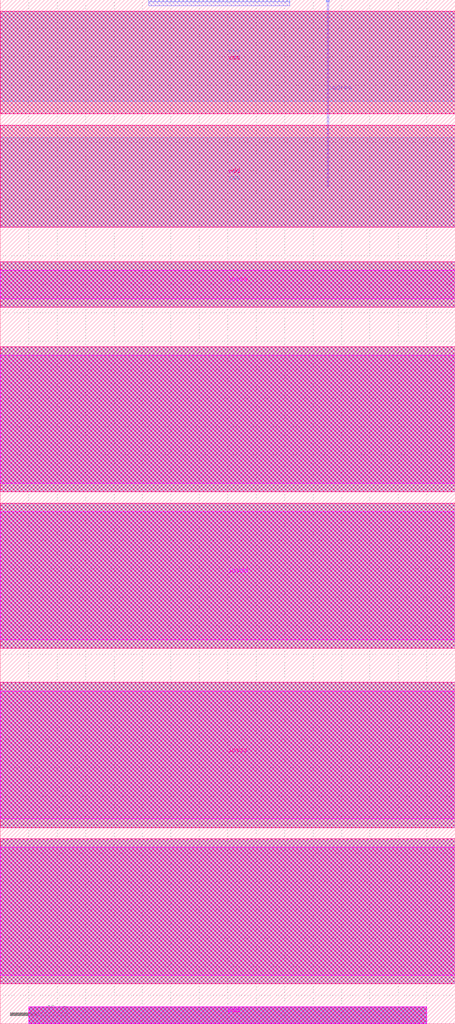
<source format=lef>
VERSION 5.7 ;

UNITS
  TIME NANOSECONDS 1 ;
  CAPACITANCE PICOFARADS 1 ;
  RESISTANCE OHMS 1 ;
  DATABASE MICRONS 1000 ;
END UNITS

MACRO sg13g2_IOPadAVDD
    CLASS PAD INOUT ;
    ORIGIN 0.000 0.000 ;
    FOREIGN sg13g2_IOPadAVDD 0.000 0.000 ;
    SIZE 80.000 BY 180.000 ;
    SYMMETRY X Y R90 ;
    SITE sg13g2_ioSite ;
    PIN sub
    END sub
  PIN iovdd
    DIRECTION INOUT ;
    USE POWER ;
    PORT
      LAYER Metal3 ;
        RECT 0.000 93.500 80.000 119.000 ;
      LAYER Metal3 ;
        RECT 0.000 66.000 80.000 91.500 ;
      LAYER Metal4 ;
        RECT 0.000 93.500 80.000 119.000 ;
      LAYER Metal4 ;
        RECT 0.000 66.000 80.000 91.500 ;
      LAYER Metal5 ;
        RECT 0.000 93.500 80.000 119.000 ;
      LAYER Metal5 ;
        RECT 0.000 66.000 80.000 91.500 ;
      LAYER TopMetal1 ;
        RECT 0.000 93.500 80.000 119.000 ;
      LAYER TopMetal1 ;
        RECT 0.000 66.000 80.000 91.500 ;
      LAYER TopMetal2 ;
        RECT 0.000 95.000 80.000 117.500 ;
      LAYER TopMetal2 ;
        RECT 0.000 67.500 80.000 90.000 ;
    END
  END iovdd
  PIN iovss
    DIRECTION INOUT ;
    USE GROUND ;
    PORT
      LAYER Metal3 ;
        RECT 0.000 7.000 80.000 32.500 ;
      LAYER Metal3 ;
        RECT 0.000 126.000 80.000 134.000 ;
      LAYER Metal3 ;
        RECT 0.000 34.500 80.000 60.000 ;
      LAYER Metal4 ;
        RECT 0.000 7.000 80.000 32.500 ;
      LAYER Metal4 ;
        RECT 0.000 126.000 80.000 134.000 ;
      LAYER Metal4 ;
        RECT 0.000 34.500 80.000 60.000 ;
      LAYER Metal5 ;
        RECT 0.000 7.000 80.000 32.500 ;
      LAYER Metal5 ;
        RECT 0.000 126.000 80.000 134.000 ;
      LAYER Metal5 ;
        RECT 0.000 34.500 80.000 60.000 ;
      LAYER TopMetal1 ;
        RECT 0.000 7.000 80.000 32.500 ;
      LAYER TopMetal1 ;
        RECT 0.000 126.000 80.000 134.000 ;
      LAYER TopMetal1 ;
        RECT 0.000 34.500 80.000 60.000 ;
      LAYER TopMetal2 ;
        RECT 0.000 36.000 80.000 58.500 ;
      LAYER TopMetal2 ;
        RECT 0.000 8.500 80.000 31.000 ;
      LAYER TopMetal2 ;
        RECT 0.000 127.500 80.000 132.500 ;
    END
  END iovss
  PIN pad
    DIRECTION INOUT ;
    USE POWER ;
    SHAPE ABUTMENT ;
    PORT
      CLASS CORE ;
      LAYER Metal2 ;
        RECT 26.105 179.000 50.875 180.000 ;
      LAYER Metal3 ;
        RECT 26.105 179.710 50.875 180.000 ;
    END
    PORT
      CLASS BUMP ;
      LAYER Metal2 ;
        RECT 5.000 0.000 75.000 3.000 ;
      LAYER Metal3 ;
        RECT 5.000 0.000 75.000 3.000 ;
      LAYER Metal4 ;
        RECT 5.000 0.000 75.000 3.000 ;
      LAYER Metal5 ;
        RECT 5.000 0.000 75.000 3.000 ;
      LAYER TopMetal1 ;
        RECT 5.000 0.000 75.000 3.000 ;
      LAYER TopMetal2 ;
        RECT 5.000 0.000 75.000 3.000 ;
    END
  END pad
  PIN padres
    DIRECTION INOUT ;
    USE SIGNAL ;
    PORT
      LAYER Metal2 ;
        RECT 57.460 147.180 57.750 180.000 ;
      LAYER Metal3 ;
        RECT 57.355 179.710 57.855 180.000 ;
    END
  END padres
  PIN vdd
    DIRECTION INOUT ;
    USE POWER ;
    PORT
      LAYER Metal3 ;
        RECT 0.000 160.000 80.000 178.000 ;
      LAYER Metal4 ;
        RECT 0.000 140.000 80.000 155.800 ;
      LAYER Metal5 ;
        RECT 0.000 140.000 80.000 158.000 ;
      LAYER TopMetal1 ;
        RECT 0.000 140.000 80.000 158.000 ;
    END
  END vdd
  PIN vss
    DIRECTION INOUT ;
    USE GROUND ;
    PORT
      LAYER Metal3 ;
        RECT 0.000 140.000 80.000 158.000 ;
      LAYER Metal4 ;
        RECT 0.000 162.200 80.000 178.000 ;
      LAYER Metal5 ;
        RECT 0.000 160.000 80.000 178.000 ;
      LAYER TopMetal1 ;
        RECT 0.000 160.000 80.000 178.000 ;
    END
  END vss
END sg13g2_IOPadAVDD

MACRO sg13g2_IOPadVssExt
    CLASS PAD POWER ;
    ORIGIN 0.000 0.000 ;
    FOREIGN sg13g2_IOPadVssExt 0.000 0.000 ;
    SIZE 80.000 BY 180.000 ;
    SYMMETRY X Y R90 ;
    SITE sg13g2_ioSite ;
    PIN sub
    END sub
  PIN iovdd
    DIRECTION INOUT ;
    USE POWER ;
    PORT
      LAYER Metal3 ;
        RECT 0.000 93.500 80.000 119.000 ;
      LAYER Metal3 ;
        RECT 0.000 66.000 80.000 91.500 ;
      LAYER Metal4 ;
        RECT 0.000 93.500 80.000 119.000 ;
      LAYER Metal4 ;
        RECT 0.000 66.000 80.000 91.500 ;
      LAYER Metal5 ;
        RECT 0.000 93.500 80.000 119.000 ;
      LAYER Metal5 ;
        RECT 0.000 66.000 80.000 91.500 ;
      LAYER TopMetal1 ;
        RECT 0.000 93.500 80.000 119.000 ;
      LAYER TopMetal1 ;
        RECT 0.000 66.000 80.000 91.500 ;
      LAYER TopMetal2 ;
        RECT 0.000 95.000 80.000 117.500 ;
      LAYER TopMetal2 ;
        RECT 0.000 67.500 80.000 90.000 ;
    END
  END iovdd
  PIN iovss
    DIRECTION INOUT ;
    USE GROUND ;
    PORT
      LAYER Metal3 ;
        RECT 0.000 7.000 80.000 32.500 ;
      LAYER Metal3 ;
        RECT 0.000 126.000 80.000 134.000 ;
      LAYER Metal3 ;
        RECT 0.000 34.500 80.000 60.000 ;
      LAYER Metal4 ;
        RECT 0.000 7.000 80.000 32.500 ;
      LAYER Metal4 ;
        RECT 0.000 126.000 80.000 134.000 ;
      LAYER Metal4 ;
        RECT 0.000 34.500 80.000 60.000 ;
      LAYER Metal5 ;
        RECT 0.000 7.000 80.000 32.500 ;
      LAYER Metal5 ;
        RECT 0.000 126.000 80.000 134.000 ;
      LAYER Metal5 ;
        RECT 0.000 34.500 80.000 60.000 ;
      LAYER TopMetal1 ;
        RECT 0.000 7.000 80.000 32.500 ;
      LAYER TopMetal1 ;
        RECT 0.000 126.000 80.000 134.000 ;
      LAYER TopMetal1 ;
        RECT 0.000 34.500 80.000 60.000 ;
      LAYER TopMetal2 ;
        RECT 0.000 36.000 80.000 58.500 ;
      LAYER TopMetal2 ;
        RECT 0.000 8.500 80.000 31.000 ;
      LAYER TopMetal2 ;
        RECT 0.000 127.500 80.000 132.500 ;
    END
  END iovss
  PIN vdd
    DIRECTION INOUT ;
    USE POWER ;
    PORT
      CLASS BUMP ;
      LAYER Metal3 ;
        RECT 0.000 160.000 80.000 178.000 ;
      LAYER Metal4 ;
        RECT 0.000 140.000 80.000 155.800 ;
      LAYER Metal5 ;
        RECT 0.000 140.000 80.000 158.000 ;
      LAYER TopMetal1 ;
        RECT 0.000 140.000 80.000 158.000 ;
    END
  END vdd
  PIN vss
    DIRECTION INOUT ;
    USE GROUND ;
    PORT
      CLASS CORE ;
      LAYER Metal2 ;
        RECT 26.105 179.000 50.875 180.000 ;
      LAYER Metal3 ;
        RECT 26.105 179.000 50.875 180.000 ;
    END
    PORT
      CLASS BUMP ;
      LAYER Metal2 ;
        RECT 5.000 0.000 75.000 3.000 ;
      LAYER Metal3 ;
        RECT 5.000 0.000 75.000 3.000 ;
      LAYER Metal4 ;
        RECT 5.000 0.000 75.000 3.000 ;
      LAYER Metal5 ;
        RECT 5.000 0.000 75.000 3.000 ;
      LAYER TopMetal1 ;
        RECT 5.000 0.000 75.000 3.000 ;
      LAYER TopMetal2 ;
        RECT 5.000 0.000 75.000 3.000 ;
      LAYER Metal3 ;
        RECT 0.000 140.000 80.000 158.000 ;
      LAYER Metal4 ;
        RECT 0.000 162.200 80.000 178.000 ;
      LAYER Metal5 ;
        RECT 0.000 160.000 80.000 178.000 ;
      LAYER TopMetal1 ;
        RECT 0.000 160.000 80.000 178.000 ;
    END
  END vss
  OBS
    LAYER Metal1 ;
      RECT 0.000 0.000 80.000 180.000 ;
    LAYER Metal2 ;
      RECT 0.000 0.000 80.000 180.000 ;
    LAYER Metal3 ;
      RECT 0.000 0.000 80.000 178.000 ;
    LAYER Metal4 ;
      RECT 0.000 0.000 80.000 178.000 ;
    LAYER Metal5 ;
      RECT 0.000 0.000 80.000 178.000 ;
    LAYER TopMetal1 ;
      RECT 0.000 0.000 80.000 178.000 ;
    LAYER TopMetal2 ;
      RECT 0.000 0.000 80.000 132.500 ;
    LAYER Via1 ;
      RECT 0.000 0.000 80.000 180.000 ;
    LAYER Via2 ;
      RECT 0.000 0.000 80.000 180.000 ;
  END
END sg13g2_IOPadVssExt

MACRO sg13g2_IOPadVddExt
    CLASS PAD POWER ;
    ORIGIN 0.000 0.000 ;
    FOREIGN sg13g2_IOPadVddExt 0.000 0.000 ;
    SIZE 80.000 BY 180.000 ;
    SYMMETRY X Y R90 ;
    SITE sg13g2_ioSite ;
    PIN sub
    END sub
  PIN iovdd
    DIRECTION INOUT ;
    USE POWER ;
    PORT
      LAYER Metal3 ;
        RECT 0.000 93.500 80.000 119.000 ;
      LAYER Metal3 ;
        RECT 0.000 66.000 80.000 91.500 ;
      LAYER Metal4 ;
        RECT 0.000 93.500 80.000 119.000 ;
      LAYER Metal4 ;
        RECT 0.000 66.000 80.000 91.500 ;
      LAYER Metal5 ;
        RECT 0.000 93.500 80.000 119.000 ;
      LAYER Metal5 ;
        RECT 0.000 66.000 80.000 91.500 ;
      LAYER TopMetal1 ;
        RECT 0.000 93.500 80.000 119.000 ;
      LAYER TopMetal1 ;
        RECT 0.000 66.000 80.000 91.500 ;
      LAYER TopMetal2 ;
        RECT 76.100 67.500 80.000 90.000 ;
      LAYER TopMetal2 ;
        RECT 76.100 95.000 80.000 117.500 ;
      LAYER TopMetal2 ;
        RECT 0.000 95.000 3.900 117.500 ;
      LAYER TopMetal2 ;
        RECT 0.000 67.500 3.900 90.000 ;
    END
  END iovdd
  PIN iovss
    DIRECTION INOUT ;
    USE GROUND ;
    PORT
      LAYER Metal3 ;
        RECT 0.000 7.000 80.000 32.500 ;
      LAYER Metal3 ;
        RECT 0.000 126.000 80.000 134.000 ;
      LAYER Metal3 ;
        RECT 0.000 34.500 80.000 60.000 ;
      LAYER Metal4 ;
        RECT 0.000 7.000 80.000 32.500 ;
      LAYER Metal4 ;
        RECT 0.000 126.000 80.000 134.000 ;
      LAYER Metal4 ;
        RECT 0.000 34.500 80.000 60.000 ;
      LAYER Metal5 ;
        RECT 0.000 7.000 80.000 32.500 ;
      LAYER Metal5 ;
        RECT 0.000 126.000 80.000 134.000 ;
      LAYER Metal5 ;
        RECT 0.000 34.500 80.000 60.000 ;
      LAYER TopMetal1 ;
        RECT 0.000 7.000 80.000 32.500 ;
      LAYER TopMetal1 ;
        RECT 0.000 126.000 80.000 134.000 ;
      LAYER TopMetal1 ;
        RECT 0.000 34.500 80.000 60.000 ;
      LAYER TopMetal2 ;
        RECT 0.000 36.000 3.900 58.500 ;
      LAYER TopMetal2 ;
        RECT 0.000 8.500 3.900 31.000 ;
      LAYER TopMetal2 ;
        RECT 76.100 127.500 80.000 132.500 ;
      LAYER TopMetal2 ;
        RECT 76.100 36.000 80.000 58.500 ;
      LAYER TopMetal2 ;
        RECT 76.100 8.500 80.000 31.000 ;
      LAYER TopMetal2 ;
        RECT 0.000 127.500 3.900 132.500 ;
    END
  END iovss
  PIN vdd
    DIRECTION INOUT ;
    USE POWER ;
    PORT
      CLASS CORE ;
      LAYER Metal2 ;
        RECT 26.105 179.000 50.875 180.000 ;
      LAYER Metal3 ;
        RECT 26.105 179.000 50.875 180.000 ;
    END
    PORT
      CLASS BUMP ;
      LAYER Metal2 ;
        RECT 5.000 0.000 75.000 3.000 ;
      LAYER Metal3 ;
        RECT 5.000 0.000 75.000 3.000 ;
      LAYER Metal4 ;
        RECT 5.000 0.000 75.000 3.000 ;
      LAYER Metal5 ;
        RECT 5.000 0.000 75.000 3.000 ;
      LAYER TopMetal1 ;
        RECT 5.000 0.000 75.000 3.000 ;
      LAYER TopMetal2 ;
        RECT 5.000 0.000 75.000 3.000 ;
      LAYER Metal3 ;
        RECT 0.000 160.000 80.000 178.000 ;
      LAYER Metal4 ;
        RECT 0.000 140.000 80.000 155.800 ;
      LAYER Metal5 ;
        RECT 0.000 140.000 80.000 158.000 ;
      LAYER TopMetal1 ;
        RECT 0.000 140.000 80.000 158.000 ;
      LAYER TopMetal2 ;
        RECT 7.500 141.500 72.500 156.500 ;
    END
  END vdd
  PIN vss
    DIRECTION INOUT ;
    USE GROUND ;
    PORT
      LAYER Metal3 ;
        RECT 0.000 140.000 80.000 158.000 ;
      LAYER Metal4 ;
        RECT 0.000 162.200 80.000 178.000 ;
      LAYER Metal5 ;
        RECT 0.000 160.000 80.000 178.000 ;
      LAYER TopMetal1 ;
        RECT 0.000 160.000 80.000 178.000 ;
    END
  END vss
  OBS
    LAYER Metal1 ;
      RECT 0.000 0.000 80.000 180.000 ;
    LAYER Metal2 ;
      RECT 0.000 0.000 80.000 180.000 ;
    LAYER Metal3 ;
      RECT 0.000 0.000 80.000 178.000 ;
    LAYER Metal4 ;
      RECT 0.000 0.000 80.000 178.000 ;
    LAYER Metal5 ;
      RECT 0.000 0.000 80.000 178.000 ;
    LAYER TopMetal1 ;
      RECT 0.000 0.000 80.000 178.000 ;
    LAYER TopMetal2 ;
      RECT 0.000 0.000 80.000 156.500 ;
    LAYER Via1 ;
      RECT 0.000 0.000 80.000 180.000 ;
    LAYER Via2 ;
      RECT 0.000 0.000 80.000 180.000 ;
  END
END sg13g2_IOPadVddExt

</source>
